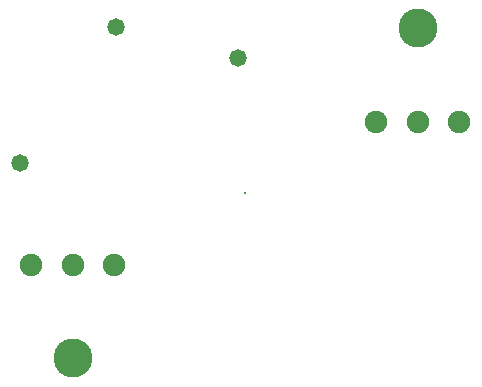
<source format=gbr>
G04 Layer_Color=16711935*
%FSLAX26Y26*%
%MOIN*%
%TF.FileFunction,Soldermask,Bot*%
%TF.Part,Single*%
G01*
G75*
%TA.AperFunction,ViaPad*%
%ADD23C,0.008000*%
%TA.AperFunction,ComponentPad*%
%ADD24C,0.130047*%
%ADD25C,0.074929*%
%TA.AperFunction,ViaPad*%
%ADD26C,0.058000*%
D23*
X875000Y875000D02*
D03*
D24*
X1450000Y1425000D02*
D03*
X300000Y325000D02*
D03*
D25*
X1312205Y1113583D02*
D03*
X1450000D02*
D03*
X1587795D02*
D03*
X437795Y636417D02*
D03*
X300000D02*
D03*
X162205D02*
D03*
D26*
X125000Y975000D02*
D03*
X446000Y1429000D02*
D03*
X850000Y1325000D02*
D03*
%TF.MD5,4b8b7bda61a1ecddfdc79eb030662baa*%
M02*

</source>
